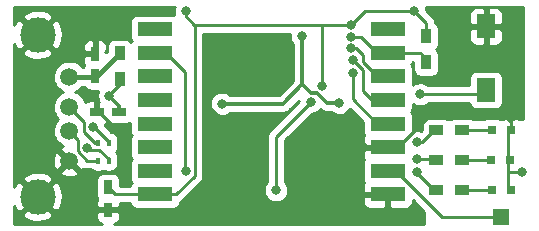
<source format=gtl>
G04 #@! TF.GenerationSoftware,KiCad,Pcbnew,no-vcs-found-44b118f~58~ubuntu16.04.1*
G04 #@! TF.CreationDate,2017-06-12T15:04:32+03:00*
G04 #@! TF.ProjectId,serial_gw_ATMEGA328P,73657269616C5F67775F41544D454741,rev?*
G04 #@! TF.FileFunction,Copper,L1,Top,Signal*
G04 #@! TF.FilePolarity,Positive*
%FSLAX46Y46*%
G04 Gerber Fmt 4.6, Leading zero omitted, Abs format (unit mm)*
G04 Created by KiCad (PCBNEW no-vcs-found-44b118f~58~ubuntu16.04.1) date Mon Jun 12 15:04:32 2017*
%MOMM*%
%LPD*%
G01*
G04 APERTURE LIST*
%ADD10C,0.100000*%
%ADD11C,1.501140*%
%ADD12C,2.999740*%
%ADD13R,1.350000X1.350000*%
%ADD14R,0.750000X1.200000*%
%ADD15R,1.600000X2.000000*%
%ADD16R,0.800000X0.800000*%
%ADD17R,1.200000X0.900000*%
%ADD18R,0.900000X1.200000*%
%ADD19R,3.000000X1.200000*%
%ADD20R,1.200000X0.750000*%
%ADD21R,0.400000X0.600000*%
%ADD22C,0.400000*%
%ADD23C,0.800000*%
%ADD24C,0.250000*%
%ADD25C,0.300000*%
%ADD26C,0.400000*%
%ADD27C,0.254000*%
G04 APERTURE END LIST*
D10*
D11*
X76207000Y-87422000D03*
X76207000Y-84882000D03*
X76207000Y-82850000D03*
X76207000Y-80310000D03*
D12*
X73540000Y-90470000D03*
X73540000Y-76754000D03*
D13*
X112776000Y-92202000D03*
D14*
X79502000Y-89662000D03*
X79502000Y-91562000D03*
D15*
X111506000Y-76040000D03*
X111506000Y-81440000D03*
D16*
X113614000Y-84836000D03*
X112014000Y-84836000D03*
X111938000Y-87376000D03*
X113538000Y-87376000D03*
X113614000Y-89916000D03*
X112014000Y-89916000D03*
D17*
X109474000Y-84836000D03*
X107274000Y-84836000D03*
X107274000Y-87376000D03*
X109474000Y-87376000D03*
X109474000Y-89916000D03*
X107274000Y-89916000D03*
D18*
X106426000Y-76878000D03*
X106426000Y-79078000D03*
D19*
X103180000Y-76264000D03*
X103180000Y-78264000D03*
X103180000Y-80264000D03*
X103180000Y-82264000D03*
X103180000Y-84264000D03*
X103180000Y-86264000D03*
X103180000Y-88264000D03*
X103180000Y-90264000D03*
X83480000Y-90264000D03*
X83480000Y-88264000D03*
X83480000Y-86264000D03*
X83480000Y-84264000D03*
X83480000Y-82264000D03*
X83480000Y-80264000D03*
X83480000Y-78264000D03*
X83480000Y-76264000D03*
D18*
X80500000Y-78300000D03*
X80500000Y-80500000D03*
D14*
X78400000Y-80250000D03*
X78400000Y-78350000D03*
D20*
X78550000Y-83300000D03*
X80450000Y-83300000D03*
D21*
X79550000Y-87400000D03*
X78650000Y-87400000D03*
X78650000Y-85900000D03*
X79550000Y-85900000D03*
D22*
X75790999Y-75315476D03*
X76790999Y-75315476D03*
X77790999Y-75315476D03*
X78790999Y-75315476D03*
X79790999Y-75315476D03*
X80790999Y-75315476D03*
X113790999Y-75315476D03*
X76790999Y-76315476D03*
X77790999Y-76315476D03*
X78790999Y-76315476D03*
X79790999Y-76315476D03*
X80790999Y-76315476D03*
X76790999Y-77315476D03*
X72790999Y-79315476D03*
X74790999Y-79315476D03*
X72790999Y-80315476D03*
X73790999Y-80315476D03*
X74790999Y-80315476D03*
X72790999Y-81315476D03*
X73790999Y-81315476D03*
X74790999Y-81315476D03*
X72790999Y-82315476D03*
X73790999Y-82315476D03*
X74790999Y-82315476D03*
X72790999Y-83315476D03*
X73790999Y-83315476D03*
X74790999Y-83315476D03*
X72790999Y-84315476D03*
X73790999Y-84315476D03*
X74790999Y-84315476D03*
X72790999Y-85315476D03*
X73790999Y-85315476D03*
X74790999Y-85315476D03*
X72790999Y-86315476D03*
X73790999Y-86315476D03*
X74790999Y-86315476D03*
X72790999Y-87315476D03*
X73790999Y-87315476D03*
X74790999Y-87315476D03*
X72790999Y-88315476D03*
X73790999Y-88315476D03*
X75790999Y-89315476D03*
X89790999Y-90315476D03*
X90790999Y-90315476D03*
X91790999Y-90315476D03*
X98790999Y-90315476D03*
X99790999Y-90315476D03*
X75790999Y-92315476D03*
X76790999Y-92315476D03*
X77790999Y-92315476D03*
X80790999Y-92315476D03*
X81790999Y-92315476D03*
X82790999Y-92315476D03*
X83790999Y-92315476D03*
X84790999Y-92315476D03*
X85790999Y-92315476D03*
X86790999Y-92315476D03*
X87790999Y-92315476D03*
X88790999Y-92315476D03*
X89790999Y-92315476D03*
X90790999Y-92315476D03*
X91790999Y-92315476D03*
X92790999Y-92315476D03*
X93790999Y-92315476D03*
X94790999Y-92315476D03*
X95790999Y-92315476D03*
X96790999Y-92315476D03*
X97790999Y-92315476D03*
X98790999Y-92315476D03*
X99790999Y-92315476D03*
X100790999Y-92315476D03*
X101790999Y-92315476D03*
X102790999Y-92315476D03*
X103790999Y-92315476D03*
X104790999Y-92315476D03*
X105790999Y-92315476D03*
D23*
X89442189Y-85697136D03*
X87875000Y-82650000D03*
X114554000Y-88392000D03*
X100838000Y-84836000D03*
X79600000Y-81900000D03*
X89127626Y-82603499D03*
X99060000Y-82513010D03*
X95930001Y-76861151D03*
X96700022Y-82400000D03*
X105918006Y-81788000D03*
X93726000Y-89916000D03*
X97655635Y-81087092D03*
X100064291Y-75897378D03*
X105410000Y-74701009D03*
X86101340Y-74755009D03*
X105664002Y-85852000D03*
X105700000Y-87300000D03*
X105664000Y-88392000D03*
X100095976Y-76896888D03*
X100235021Y-79964283D03*
X100226992Y-78883000D03*
X100063857Y-77896384D03*
X86075000Y-88275000D03*
X77700000Y-86300000D03*
X78225010Y-84595778D03*
D24*
X78550000Y-83300000D02*
X78775000Y-83300000D01*
X80500000Y-85025000D02*
X80500000Y-88100000D01*
X78775000Y-83300000D02*
X80500000Y-85025000D01*
X80500000Y-88100000D02*
X80200000Y-88400000D01*
X77200000Y-89300000D02*
X77200000Y-91562000D01*
X80200000Y-88400000D02*
X78100000Y-88400000D01*
X78100000Y-88400000D02*
X77200000Y-89300000D01*
X79502000Y-91562000D02*
X77200000Y-91562000D01*
X77200000Y-91562000D02*
X74632000Y-91562000D01*
X89442189Y-84217189D02*
X89442189Y-85697136D01*
X87875000Y-82650000D02*
X89442189Y-84217189D01*
X100838000Y-84836000D02*
X101075000Y-85073000D01*
X101075000Y-85073000D02*
X101075000Y-85925000D01*
X101075000Y-85925000D02*
X101414000Y-86264000D01*
X101414000Y-86264000D02*
X103180000Y-86264000D01*
X113614000Y-84186000D02*
X113248000Y-83820000D01*
X113248000Y-83820000D02*
X106524000Y-83820000D01*
X106524000Y-83820000D02*
X104080000Y-86264000D01*
X104080000Y-86264000D02*
X103180000Y-86264000D01*
X103180000Y-86264000D02*
X101430000Y-86264000D01*
X101430000Y-86264000D02*
X101092000Y-86602000D01*
X101092000Y-86602000D02*
X101092000Y-90170000D01*
X101092000Y-90170000D02*
X101186000Y-90264000D01*
X111506000Y-76040000D02*
X112556000Y-76040000D01*
X112556000Y-76040000D02*
X113614000Y-77098000D01*
X113614000Y-77098000D02*
X113614000Y-84186000D01*
X113614000Y-84186000D02*
X113614000Y-84836000D01*
X113360000Y-89916000D02*
X113360000Y-88392000D01*
X113360000Y-88392000D02*
X113360000Y-87452000D01*
X114554000Y-88392000D02*
X113360000Y-88392000D01*
X101186000Y-90264000D02*
X99888000Y-91562000D01*
X99888000Y-91562000D02*
X79502000Y-91562000D01*
X101186000Y-90264000D02*
X103180000Y-90264000D01*
X74632000Y-91562000D02*
X73540000Y-90470000D01*
X113360000Y-87452000D02*
X113284000Y-87376000D01*
X113360000Y-84836000D02*
X113360000Y-87300000D01*
X113360000Y-87300000D02*
X113284000Y-87376000D01*
D25*
X80450000Y-83300000D02*
X80450000Y-82750000D01*
X80450000Y-82750000D02*
X79600000Y-81900000D01*
X80500000Y-80500000D02*
X80500000Y-81000000D01*
X80500000Y-81000000D02*
X79600000Y-81900000D01*
X97160002Y-81649998D02*
X98023014Y-82513010D01*
X96644688Y-81649998D02*
X97160002Y-81649998D01*
X95947575Y-80952885D02*
X96644688Y-81649998D01*
X98023014Y-82513010D02*
X99060000Y-82513010D01*
X94296961Y-82603499D02*
X89127626Y-82603499D01*
X95947575Y-80952885D02*
X94296961Y-82603499D01*
X95930001Y-80935311D02*
X95930001Y-76861151D01*
X95947575Y-80952885D02*
X95930001Y-80935311D01*
D24*
X93726000Y-89916000D02*
X93726000Y-85374022D01*
X93726000Y-85374022D02*
X96700022Y-82400000D01*
X111506000Y-81440000D02*
X111158000Y-81788000D01*
X111158000Y-81788000D02*
X105918006Y-81788000D01*
X97536000Y-75897378D02*
X97655635Y-76017013D01*
X97655635Y-76017013D02*
X97655635Y-81087092D01*
X87243709Y-75897378D02*
X86852622Y-75897378D01*
X86852622Y-75897378D02*
X86825000Y-75925000D01*
X85230000Y-90264000D02*
X83480000Y-90264000D01*
X86825000Y-75925000D02*
X86825000Y-88669000D01*
X86825000Y-88669000D02*
X85230000Y-90264000D01*
X87243709Y-75897378D02*
X86797378Y-75897378D01*
X86797378Y-75897378D02*
X86101340Y-75201340D01*
X86101340Y-75201340D02*
X86101340Y-74755009D01*
X100064291Y-75897378D02*
X97536000Y-75897378D01*
X97536000Y-75897378D02*
X87243709Y-75897378D01*
X105410000Y-74701009D02*
X101260660Y-74701009D01*
X101260660Y-74701009D02*
X100064291Y-75897378D01*
X106426000Y-75717009D02*
X105410000Y-74701009D01*
X106426000Y-76878000D02*
X106426000Y-75717009D01*
X83480000Y-90264000D02*
X80104000Y-90264000D01*
X80104000Y-90264000D02*
X79502000Y-89662000D01*
X111760000Y-84836000D02*
X109220000Y-84836000D01*
X109220000Y-87376000D02*
X111684000Y-87376000D01*
X111760000Y-89916000D02*
X109220000Y-89916000D01*
X76207000Y-82850000D02*
X77500000Y-84143000D01*
X77500000Y-84143000D02*
X77500000Y-85000000D01*
X77500000Y-85000000D02*
X78400000Y-85900000D01*
X78400000Y-85900000D02*
X78650000Y-85900000D01*
X78650000Y-85900000D02*
X78650000Y-85800000D01*
X76957569Y-85632569D02*
X76207000Y-84882000D01*
X78650000Y-87400000D02*
X77726996Y-87400000D01*
X77726996Y-87400000D02*
X76957569Y-86630573D01*
X76957569Y-86630573D02*
X76957569Y-85632569D01*
X103180000Y-88264000D02*
X103864000Y-88264000D01*
X103864000Y-88264000D02*
X107802000Y-92202000D01*
X107802000Y-92202000D02*
X112776000Y-92202000D01*
X107124000Y-84836000D02*
X106108000Y-85852000D01*
X107274000Y-84836000D02*
X107124000Y-84836000D01*
X106108000Y-85852000D02*
X105664002Y-85852000D01*
X105700000Y-87300000D02*
X107198000Y-87300000D01*
X107198000Y-87300000D02*
X107274000Y-87376000D01*
X107124000Y-89916000D02*
X105664000Y-88456000D01*
X107274000Y-89916000D02*
X107124000Y-89916000D01*
X105664000Y-88456000D02*
X105664000Y-88392000D01*
X100912888Y-76896888D02*
X100095976Y-76896888D01*
X102280000Y-78264000D02*
X100912888Y-76896888D01*
X103180000Y-78264000D02*
X102280000Y-78264000D01*
X103180000Y-78264000D02*
X105950000Y-78264000D01*
X105950000Y-78264000D02*
X106426000Y-78740000D01*
X106426000Y-78740000D02*
X106426000Y-79078000D01*
X100235021Y-82219021D02*
X100235021Y-79964283D01*
X102280000Y-84264000D02*
X100235021Y-82219021D01*
X103180000Y-84264000D02*
X102280000Y-84264000D01*
X103180000Y-82264000D02*
X101822000Y-82264000D01*
X101822000Y-82264000D02*
X101092000Y-81534000D01*
X101092000Y-81534000D02*
X101092000Y-79748008D01*
X101092000Y-79748008D02*
X100226992Y-78883000D01*
X103180000Y-80264000D02*
X102280000Y-80264000D01*
X102280000Y-80264000D02*
X101092000Y-79076000D01*
X101092000Y-79076000D02*
X101092000Y-78486000D01*
X101092000Y-78486000D02*
X100502384Y-77896384D01*
X100502384Y-77896384D02*
X100063857Y-77896384D01*
X83480000Y-78264000D02*
X84380000Y-78264000D01*
X84380000Y-78264000D02*
X86050000Y-79934000D01*
X86050000Y-79934000D02*
X86050000Y-88250000D01*
X86050000Y-88250000D02*
X86075000Y-88275000D01*
D26*
X78400000Y-80250000D02*
X78550000Y-80250000D01*
X78550000Y-80250000D02*
X80500000Y-78300000D01*
X76207000Y-80310000D02*
X78340000Y-80310000D01*
X78340000Y-80310000D02*
X78400000Y-80250000D01*
D24*
X78775001Y-86525001D02*
X77925001Y-86525001D01*
X79550000Y-87400000D02*
X79550000Y-87300000D01*
X77925001Y-86525001D02*
X77700000Y-86300000D01*
X79550000Y-87300000D02*
X78775001Y-86525001D01*
X78345778Y-84595778D02*
X78225010Y-84595778D01*
X79550000Y-85900000D02*
X79550000Y-85800000D01*
X79550000Y-85800000D02*
X78345778Y-84595778D01*
D27*
G36*
X85117677Y-74442973D02*
X85075802Y-74639977D01*
X85072990Y-74841362D01*
X85109348Y-75039458D01*
X85113203Y-75049194D01*
X85102913Y-75046073D01*
X84980000Y-75033967D01*
X81980000Y-75033967D01*
X81857087Y-75046073D01*
X81738897Y-75081925D01*
X81629972Y-75140147D01*
X81534499Y-75218499D01*
X81456147Y-75313972D01*
X81397925Y-75422897D01*
X81362073Y-75541087D01*
X81349967Y-75664000D01*
X81349967Y-76864000D01*
X81362073Y-76986913D01*
X81397925Y-77105103D01*
X81456147Y-77214028D01*
X81497158Y-77264000D01*
X81456147Y-77313972D01*
X81451478Y-77322707D01*
X81395501Y-77254499D01*
X81300028Y-77176147D01*
X81191103Y-77117925D01*
X81072913Y-77082073D01*
X80950000Y-77069967D01*
X80050000Y-77069967D01*
X79927087Y-77082073D01*
X79808897Y-77117925D01*
X79699972Y-77176147D01*
X79604499Y-77254499D01*
X79526147Y-77349972D01*
X79467925Y-77458897D01*
X79432073Y-77577087D01*
X79419967Y-77700000D01*
X79419967Y-78210478D01*
X79402000Y-78228445D01*
X79402000Y-78226998D01*
X79245252Y-78226998D01*
X79402000Y-78070250D01*
X79402000Y-77688246D01*
X79377905Y-77567111D01*
X79330640Y-77453004D01*
X79262023Y-77350311D01*
X79174689Y-77262977D01*
X79071996Y-77194360D01*
X78957889Y-77147095D01*
X78836754Y-77123000D01*
X78679750Y-77123000D01*
X78523000Y-77279750D01*
X78523000Y-78227000D01*
X78543000Y-78227000D01*
X78543000Y-78473000D01*
X78523000Y-78473000D01*
X78523000Y-78493000D01*
X78277000Y-78493000D01*
X78277000Y-78473000D01*
X77554750Y-78473000D01*
X77398000Y-78629750D01*
X77398000Y-79011754D01*
X77422095Y-79132889D01*
X77469360Y-79246996D01*
X77503137Y-79297547D01*
X77501147Y-79299972D01*
X77442925Y-79408897D01*
X77420446Y-79483000D01*
X77311514Y-79483000D01*
X77279705Y-79435123D01*
X77089345Y-79243429D01*
X76865376Y-79092360D01*
X76616329Y-78987670D01*
X76351692Y-78933348D01*
X76081543Y-78931462D01*
X75816173Y-78982084D01*
X75565689Y-79083286D01*
X75339633Y-79231213D01*
X75146614Y-79420231D01*
X74993986Y-79643140D01*
X74887560Y-79891449D01*
X74831392Y-80155701D01*
X74827620Y-80425830D01*
X74876388Y-80691547D01*
X74975839Y-80942731D01*
X75122184Y-81169814D01*
X75309850Y-81364148D01*
X75531688Y-81518329D01*
X75672836Y-81579996D01*
X75565689Y-81623286D01*
X75339633Y-81771213D01*
X75146614Y-81960231D01*
X74993986Y-82183140D01*
X74887560Y-82431449D01*
X74831392Y-82695701D01*
X74827620Y-82965830D01*
X74876388Y-83231547D01*
X74975839Y-83482731D01*
X75122184Y-83709814D01*
X75274229Y-83867261D01*
X75146614Y-83992231D01*
X74993986Y-84215140D01*
X74887560Y-84463449D01*
X74831392Y-84727701D01*
X74827620Y-84997830D01*
X74876388Y-85263547D01*
X74975839Y-85514731D01*
X75122184Y-85741814D01*
X75309850Y-85936148D01*
X75531688Y-86090329D01*
X75670427Y-86150943D01*
X75614391Y-86171032D01*
X75496095Y-86234263D01*
X75430380Y-86471431D01*
X76207000Y-87248052D01*
X76221143Y-87233910D01*
X76395091Y-87407858D01*
X76380948Y-87422000D01*
X77157569Y-88198620D01*
X77394737Y-88132905D01*
X77417798Y-88084069D01*
X77430752Y-88091190D01*
X77434522Y-88092386D01*
X77438006Y-88094254D01*
X77504430Y-88114562D01*
X77570646Y-88135567D01*
X77574575Y-88136008D01*
X77578357Y-88137164D01*
X77647435Y-88144180D01*
X77716496Y-88151927D01*
X77724231Y-88151981D01*
X77724371Y-88151995D01*
X77724502Y-88151983D01*
X77726996Y-88152000D01*
X78012418Y-88152000D01*
X78099972Y-88223853D01*
X78208897Y-88282075D01*
X78327087Y-88317927D01*
X78450000Y-88330033D01*
X78850000Y-88330033D01*
X78972913Y-88317927D01*
X79091103Y-88282075D01*
X79100000Y-88277319D01*
X79108897Y-88282075D01*
X79227087Y-88317927D01*
X79350000Y-88330033D01*
X79750000Y-88330033D01*
X79872913Y-88317927D01*
X79991103Y-88282075D01*
X80100028Y-88223853D01*
X80195501Y-88145501D01*
X80273853Y-88050028D01*
X80332075Y-87941103D01*
X80367927Y-87822913D01*
X80380033Y-87700000D01*
X80380033Y-87100000D01*
X80367927Y-86977087D01*
X80332075Y-86858897D01*
X80273853Y-86749972D01*
X80195501Y-86654499D01*
X80190019Y-86650000D01*
X80195501Y-86645501D01*
X80273853Y-86550028D01*
X80332075Y-86441103D01*
X80367927Y-86322913D01*
X80380033Y-86200000D01*
X80380033Y-85600000D01*
X80367927Y-85477087D01*
X80332075Y-85358897D01*
X80273853Y-85249972D01*
X80195501Y-85154499D01*
X80100028Y-85076147D01*
X79991103Y-85017925D01*
X79872913Y-84982073D01*
X79787110Y-84973622D01*
X79238102Y-84424614D01*
X79213745Y-84301604D01*
X79332889Y-84277905D01*
X79446996Y-84230640D01*
X79497547Y-84196863D01*
X79499972Y-84198853D01*
X79608897Y-84257075D01*
X79727087Y-84292927D01*
X79850000Y-84305033D01*
X81050000Y-84305033D01*
X81172913Y-84292927D01*
X81291103Y-84257075D01*
X81349967Y-84225611D01*
X81349967Y-84864000D01*
X81362073Y-84986913D01*
X81397925Y-85105103D01*
X81456147Y-85214028D01*
X81497158Y-85264000D01*
X81456147Y-85313972D01*
X81397925Y-85422897D01*
X81362073Y-85541087D01*
X81349967Y-85664000D01*
X81349967Y-86864000D01*
X81362073Y-86986913D01*
X81397925Y-87105103D01*
X81456147Y-87214028D01*
X81497158Y-87264000D01*
X81456147Y-87313972D01*
X81397925Y-87422897D01*
X81362073Y-87541087D01*
X81349967Y-87664000D01*
X81349967Y-88864000D01*
X81362073Y-88986913D01*
X81397925Y-89105103D01*
X81456147Y-89214028D01*
X81497158Y-89264000D01*
X81456147Y-89313972D01*
X81397925Y-89422897D01*
X81370896Y-89512000D01*
X80507033Y-89512000D01*
X80507033Y-89062000D01*
X80494927Y-88939087D01*
X80459075Y-88820897D01*
X80400853Y-88711972D01*
X80322501Y-88616499D01*
X80227028Y-88538147D01*
X80118103Y-88479925D01*
X79999913Y-88444073D01*
X79877000Y-88431967D01*
X79127000Y-88431967D01*
X79004087Y-88444073D01*
X78885897Y-88479925D01*
X78776972Y-88538147D01*
X78681499Y-88616499D01*
X78603147Y-88711972D01*
X78544925Y-88820897D01*
X78509073Y-88939087D01*
X78496967Y-89062000D01*
X78496967Y-90262000D01*
X78509073Y-90384913D01*
X78544925Y-90503103D01*
X78603147Y-90612028D01*
X78605137Y-90614453D01*
X78571360Y-90665004D01*
X78524095Y-90779111D01*
X78500000Y-90900246D01*
X78500000Y-91282250D01*
X78656750Y-91439000D01*
X79379000Y-91439000D01*
X79379000Y-91419000D01*
X79625000Y-91419000D01*
X79625000Y-91439000D01*
X80347250Y-91439000D01*
X80504000Y-91282250D01*
X80504000Y-91016000D01*
X81370896Y-91016000D01*
X81397925Y-91105103D01*
X81456147Y-91214028D01*
X81534499Y-91309501D01*
X81629972Y-91387853D01*
X81738897Y-91446075D01*
X81857087Y-91481927D01*
X81980000Y-91494033D01*
X84980000Y-91494033D01*
X85102913Y-91481927D01*
X85221103Y-91446075D01*
X85330028Y-91387853D01*
X85425501Y-91309501D01*
X85503853Y-91214028D01*
X85562075Y-91105103D01*
X85597927Y-90986913D01*
X85605260Y-90912465D01*
X85639568Y-90894681D01*
X85642660Y-90892213D01*
X85646150Y-90890357D01*
X85699962Y-90846469D01*
X85754268Y-90803117D01*
X85759770Y-90797691D01*
X85759885Y-90797597D01*
X85759973Y-90797490D01*
X85761744Y-90795744D01*
X87356745Y-89200744D01*
X87400851Y-89147048D01*
X87445485Y-89093855D01*
X87447390Y-89090390D01*
X87449900Y-89087334D01*
X87482739Y-89026090D01*
X87516190Y-88965244D01*
X87517385Y-88961478D01*
X87519255Y-88957990D01*
X87539577Y-88891520D01*
X87560567Y-88825350D01*
X87561008Y-88821421D01*
X87562164Y-88817639D01*
X87569185Y-88748517D01*
X87576927Y-88679500D01*
X87576981Y-88671776D01*
X87576996Y-88671625D01*
X87576983Y-88671485D01*
X87577000Y-88669000D01*
X87577000Y-76649378D01*
X94925026Y-76649378D01*
X94904463Y-76746119D01*
X94901651Y-76947504D01*
X94938009Y-77145600D01*
X95012151Y-77332862D01*
X95121254Y-77502156D01*
X95153001Y-77535031D01*
X95153001Y-80648615D01*
X93975117Y-81826499D01*
X89803448Y-81826499D01*
X89785428Y-81808353D01*
X89618455Y-81695729D01*
X89432788Y-81617681D01*
X89235496Y-81577183D01*
X89034096Y-81575777D01*
X88836258Y-81613517D01*
X88649519Y-81688964D01*
X88480990Y-81799246D01*
X88337092Y-81940162D01*
X88223305Y-82106344D01*
X88143963Y-82291463D01*
X88102088Y-82488467D01*
X88099276Y-82689852D01*
X88135634Y-82887948D01*
X88209776Y-83075210D01*
X88318879Y-83244504D01*
X88458786Y-83389383D01*
X88624170Y-83504328D01*
X88808730Y-83584960D01*
X89005437Y-83628209D01*
X89206798Y-83632427D01*
X89405143Y-83597453D01*
X89592918Y-83524620D01*
X89762970Y-83416702D01*
X89800987Y-83380499D01*
X94296961Y-83380499D01*
X94368443Y-83373490D01*
X94439891Y-83367239D01*
X94443811Y-83366100D01*
X94447881Y-83365701D01*
X94516629Y-83344945D01*
X94585514Y-83324932D01*
X94589140Y-83323052D01*
X94593053Y-83321871D01*
X94656428Y-83288174D01*
X94720146Y-83255146D01*
X94723340Y-83252596D01*
X94726946Y-83250679D01*
X94782542Y-83205336D01*
X94838658Y-83160539D01*
X94844347Y-83154929D01*
X94844462Y-83154835D01*
X94844550Y-83154729D01*
X94846383Y-83152921D01*
X95673920Y-82325384D01*
X95673392Y-82363142D01*
X93194256Y-84842278D01*
X93150174Y-84895944D01*
X93105515Y-84949167D01*
X93103610Y-84952633D01*
X93101100Y-84955688D01*
X93068280Y-85016897D01*
X93034810Y-85077778D01*
X93033614Y-85081548D01*
X93031746Y-85085032D01*
X93011438Y-85151456D01*
X92990433Y-85217672D01*
X92989992Y-85221601D01*
X92988836Y-85225383D01*
X92981820Y-85294461D01*
X92974073Y-85363522D01*
X92974019Y-85371257D01*
X92974005Y-85371397D01*
X92974017Y-85371528D01*
X92974000Y-85374022D01*
X92974000Y-89214928D01*
X92935466Y-89252663D01*
X92821679Y-89418845D01*
X92742337Y-89603964D01*
X92700462Y-89800968D01*
X92697650Y-90002353D01*
X92734008Y-90200449D01*
X92808150Y-90387711D01*
X92917253Y-90557005D01*
X93057160Y-90701884D01*
X93222544Y-90816829D01*
X93407104Y-90897461D01*
X93603811Y-90940710D01*
X93805172Y-90944928D01*
X94003517Y-90909954D01*
X94191292Y-90837121D01*
X94361344Y-90729203D01*
X94507195Y-90590310D01*
X94540039Y-90543750D01*
X101053000Y-90543750D01*
X101053000Y-90925754D01*
X101077095Y-91046889D01*
X101124360Y-91160996D01*
X101192977Y-91263689D01*
X101280311Y-91351023D01*
X101383004Y-91419640D01*
X101497111Y-91466905D01*
X101618246Y-91491000D01*
X102900250Y-91491000D01*
X103057000Y-91334250D01*
X103057000Y-90387000D01*
X101209750Y-90387000D01*
X101053000Y-90543750D01*
X94540039Y-90543750D01*
X94623292Y-90425733D01*
X94705211Y-90241740D01*
X94749832Y-90045340D01*
X94753044Y-89815297D01*
X94713924Y-89617728D01*
X94637175Y-89431520D01*
X94525719Y-89263765D01*
X94478000Y-89215712D01*
X94478000Y-85685510D01*
X96735497Y-83428013D01*
X96779194Y-83428928D01*
X96977539Y-83393954D01*
X97165314Y-83321121D01*
X97335366Y-83213203D01*
X97481217Y-83074310D01*
X97483725Y-83070755D01*
X97529095Y-83108023D01*
X97584035Y-83154123D01*
X97587613Y-83156090D01*
X97590772Y-83158685D01*
X97654031Y-83192604D01*
X97716921Y-83227178D01*
X97720818Y-83228414D01*
X97724417Y-83230344D01*
X97793001Y-83251312D01*
X97861467Y-83273031D01*
X97865532Y-83273487D01*
X97869434Y-83274680D01*
X97940792Y-83281928D01*
X98012165Y-83289934D01*
X98020154Y-83289990D01*
X98020302Y-83290005D01*
X98020440Y-83289992D01*
X98023014Y-83290010D01*
X98382581Y-83290010D01*
X98391160Y-83298894D01*
X98556544Y-83413839D01*
X98741104Y-83494471D01*
X98937811Y-83537720D01*
X99139172Y-83541938D01*
X99337517Y-83506964D01*
X99525292Y-83434131D01*
X99695344Y-83326213D01*
X99841195Y-83187320D01*
X99957292Y-83022743D01*
X99962826Y-83010314D01*
X101049967Y-84097455D01*
X101049967Y-84864000D01*
X101062073Y-84986913D01*
X101097925Y-85105103D01*
X101156147Y-85214028D01*
X101195413Y-85261875D01*
X101192977Y-85264311D01*
X101124360Y-85367004D01*
X101077095Y-85481111D01*
X101053000Y-85602246D01*
X101053000Y-85984250D01*
X101209750Y-86141000D01*
X103057000Y-86141000D01*
X103057000Y-86121000D01*
X103303000Y-86121000D01*
X103303000Y-86141000D01*
X103323000Y-86141000D01*
X103323000Y-86387000D01*
X103303000Y-86387000D01*
X103303000Y-86407000D01*
X103057000Y-86407000D01*
X103057000Y-86387000D01*
X101209750Y-86387000D01*
X101053000Y-86543750D01*
X101053000Y-86925754D01*
X101077095Y-87046889D01*
X101124360Y-87160996D01*
X101192977Y-87263689D01*
X101195413Y-87266125D01*
X101156147Y-87313972D01*
X101097925Y-87422897D01*
X101062073Y-87541087D01*
X101049967Y-87664000D01*
X101049967Y-88864000D01*
X101062073Y-88986913D01*
X101097925Y-89105103D01*
X101156147Y-89214028D01*
X101195413Y-89261875D01*
X101192977Y-89264311D01*
X101124360Y-89367004D01*
X101077095Y-89481111D01*
X101053000Y-89602246D01*
X101053000Y-89984250D01*
X101209750Y-90141000D01*
X103057000Y-90141000D01*
X103057000Y-90121000D01*
X103303000Y-90121000D01*
X103303000Y-90141000D01*
X103323000Y-90141000D01*
X103323000Y-90387000D01*
X103303000Y-90387000D01*
X103303000Y-91334250D01*
X103459750Y-91491000D01*
X104741754Y-91491000D01*
X104862889Y-91466905D01*
X104976996Y-91419640D01*
X105079689Y-91351023D01*
X105167023Y-91263689D01*
X105235640Y-91160996D01*
X105282905Y-91046889D01*
X105307000Y-90925754D01*
X105307000Y-90770488D01*
X106273000Y-91736488D01*
X106273000Y-92770000D01*
X80034274Y-92770000D01*
X80059889Y-92764905D01*
X80173996Y-92717640D01*
X80276689Y-92649023D01*
X80364023Y-92561689D01*
X80432640Y-92458996D01*
X80479905Y-92344889D01*
X80504000Y-92223754D01*
X80504000Y-91841750D01*
X80347250Y-91685000D01*
X79625000Y-91685000D01*
X79625000Y-91705000D01*
X79379000Y-91705000D01*
X79379000Y-91685000D01*
X78656750Y-91685000D01*
X78500000Y-91841750D01*
X78500000Y-92223754D01*
X78524095Y-92344889D01*
X78571360Y-92458996D01*
X78639977Y-92561689D01*
X78727311Y-92649023D01*
X78830004Y-92717640D01*
X78944111Y-92764905D01*
X78969726Y-92770000D01*
X71568000Y-92770000D01*
X71568000Y-91954633D01*
X72229315Y-91954633D01*
X72385399Y-92268431D01*
X72758441Y-92459126D01*
X73161518Y-92573380D01*
X73579139Y-92606802D01*
X73995257Y-92558109D01*
X74393879Y-92429170D01*
X74694601Y-92268431D01*
X74850685Y-91954633D01*
X73540000Y-90643948D01*
X72229315Y-91954633D01*
X71568000Y-91954633D01*
X71568000Y-91284214D01*
X71580830Y-91323879D01*
X71741569Y-91624601D01*
X72055367Y-91780685D01*
X73366052Y-90470000D01*
X73713948Y-90470000D01*
X75024633Y-91780685D01*
X75338431Y-91624601D01*
X75529126Y-91251559D01*
X75643380Y-90848482D01*
X75676802Y-90430861D01*
X75628109Y-90014743D01*
X75499170Y-89616121D01*
X75338431Y-89315399D01*
X75024633Y-89159315D01*
X73713948Y-90470000D01*
X73366052Y-90470000D01*
X72055367Y-89159315D01*
X71741569Y-89315399D01*
X71568000Y-89654939D01*
X71568000Y-88985367D01*
X72229315Y-88985367D01*
X73540000Y-90296052D01*
X74850685Y-88985367D01*
X74694601Y-88671569D01*
X74321559Y-88480874D01*
X73939470Y-88372569D01*
X75430380Y-88372569D01*
X75496095Y-88609737D01*
X75741470Y-88725606D01*
X76004736Y-88791378D01*
X76275775Y-88804525D01*
X76544170Y-88764543D01*
X76799609Y-88672968D01*
X76917905Y-88609737D01*
X76983620Y-88372569D01*
X76207000Y-87595948D01*
X75430380Y-88372569D01*
X73939470Y-88372569D01*
X73918482Y-88366620D01*
X73500861Y-88333198D01*
X73084743Y-88381891D01*
X72686121Y-88510830D01*
X72385399Y-88671569D01*
X72229315Y-88985367D01*
X71568000Y-88985367D01*
X71568000Y-87490775D01*
X74824475Y-87490775D01*
X74864457Y-87759170D01*
X74956032Y-88014609D01*
X75019263Y-88132905D01*
X75256431Y-88198620D01*
X76033052Y-87422000D01*
X75256431Y-86645380D01*
X75019263Y-86711095D01*
X74903394Y-86956470D01*
X74837622Y-87219736D01*
X74824475Y-87490775D01*
X71568000Y-87490775D01*
X71568000Y-78238633D01*
X72229315Y-78238633D01*
X72385399Y-78552431D01*
X72758441Y-78743126D01*
X73161518Y-78857380D01*
X73579139Y-78890802D01*
X73995257Y-78842109D01*
X74393879Y-78713170D01*
X74694601Y-78552431D01*
X74850685Y-78238633D01*
X73540000Y-76927948D01*
X72229315Y-78238633D01*
X71568000Y-78238633D01*
X71568000Y-77568214D01*
X71580830Y-77607879D01*
X71741569Y-77908601D01*
X72055367Y-78064685D01*
X73366052Y-76754000D01*
X73713948Y-76754000D01*
X75024633Y-78064685D01*
X75338431Y-77908601D01*
X75451074Y-77688246D01*
X77398000Y-77688246D01*
X77398000Y-78070250D01*
X77554750Y-78227000D01*
X78277000Y-78227000D01*
X78277000Y-77279750D01*
X78120250Y-77123000D01*
X77963246Y-77123000D01*
X77842111Y-77147095D01*
X77728004Y-77194360D01*
X77625311Y-77262977D01*
X77537977Y-77350311D01*
X77469360Y-77453004D01*
X77422095Y-77567111D01*
X77398000Y-77688246D01*
X75451074Y-77688246D01*
X75529126Y-77535559D01*
X75643380Y-77132482D01*
X75676802Y-76714861D01*
X75628109Y-76298743D01*
X75499170Y-75900121D01*
X75338431Y-75599399D01*
X75024633Y-75443315D01*
X73713948Y-76754000D01*
X73366052Y-76754000D01*
X72055367Y-75443315D01*
X71741569Y-75599399D01*
X71568000Y-75938939D01*
X71568000Y-75269367D01*
X72229315Y-75269367D01*
X73540000Y-76580052D01*
X74850685Y-75269367D01*
X74694601Y-74955569D01*
X74321559Y-74764874D01*
X73918482Y-74650620D01*
X73500861Y-74617198D01*
X73084743Y-74665891D01*
X72686121Y-74794830D01*
X72385399Y-74955569D01*
X72229315Y-75269367D01*
X71568000Y-75269367D01*
X71568000Y-74362000D01*
X85152382Y-74362000D01*
X85117677Y-74442973D01*
X85117677Y-74442973D01*
G37*
X85117677Y-74442973D02*
X85075802Y-74639977D01*
X85072990Y-74841362D01*
X85109348Y-75039458D01*
X85113203Y-75049194D01*
X85102913Y-75046073D01*
X84980000Y-75033967D01*
X81980000Y-75033967D01*
X81857087Y-75046073D01*
X81738897Y-75081925D01*
X81629972Y-75140147D01*
X81534499Y-75218499D01*
X81456147Y-75313972D01*
X81397925Y-75422897D01*
X81362073Y-75541087D01*
X81349967Y-75664000D01*
X81349967Y-76864000D01*
X81362073Y-76986913D01*
X81397925Y-77105103D01*
X81456147Y-77214028D01*
X81497158Y-77264000D01*
X81456147Y-77313972D01*
X81451478Y-77322707D01*
X81395501Y-77254499D01*
X81300028Y-77176147D01*
X81191103Y-77117925D01*
X81072913Y-77082073D01*
X80950000Y-77069967D01*
X80050000Y-77069967D01*
X79927087Y-77082073D01*
X79808897Y-77117925D01*
X79699972Y-77176147D01*
X79604499Y-77254499D01*
X79526147Y-77349972D01*
X79467925Y-77458897D01*
X79432073Y-77577087D01*
X79419967Y-77700000D01*
X79419967Y-78210478D01*
X79402000Y-78228445D01*
X79402000Y-78226998D01*
X79245252Y-78226998D01*
X79402000Y-78070250D01*
X79402000Y-77688246D01*
X79377905Y-77567111D01*
X79330640Y-77453004D01*
X79262023Y-77350311D01*
X79174689Y-77262977D01*
X79071996Y-77194360D01*
X78957889Y-77147095D01*
X78836754Y-77123000D01*
X78679750Y-77123000D01*
X78523000Y-77279750D01*
X78523000Y-78227000D01*
X78543000Y-78227000D01*
X78543000Y-78473000D01*
X78523000Y-78473000D01*
X78523000Y-78493000D01*
X78277000Y-78493000D01*
X78277000Y-78473000D01*
X77554750Y-78473000D01*
X77398000Y-78629750D01*
X77398000Y-79011754D01*
X77422095Y-79132889D01*
X77469360Y-79246996D01*
X77503137Y-79297547D01*
X77501147Y-79299972D01*
X77442925Y-79408897D01*
X77420446Y-79483000D01*
X77311514Y-79483000D01*
X77279705Y-79435123D01*
X77089345Y-79243429D01*
X76865376Y-79092360D01*
X76616329Y-78987670D01*
X76351692Y-78933348D01*
X76081543Y-78931462D01*
X75816173Y-78982084D01*
X75565689Y-79083286D01*
X75339633Y-79231213D01*
X75146614Y-79420231D01*
X74993986Y-79643140D01*
X74887560Y-79891449D01*
X74831392Y-80155701D01*
X74827620Y-80425830D01*
X74876388Y-80691547D01*
X74975839Y-80942731D01*
X75122184Y-81169814D01*
X75309850Y-81364148D01*
X75531688Y-81518329D01*
X75672836Y-81579996D01*
X75565689Y-81623286D01*
X75339633Y-81771213D01*
X75146614Y-81960231D01*
X74993986Y-82183140D01*
X74887560Y-82431449D01*
X74831392Y-82695701D01*
X74827620Y-82965830D01*
X74876388Y-83231547D01*
X74975839Y-83482731D01*
X75122184Y-83709814D01*
X75274229Y-83867261D01*
X75146614Y-83992231D01*
X74993986Y-84215140D01*
X74887560Y-84463449D01*
X74831392Y-84727701D01*
X74827620Y-84997830D01*
X74876388Y-85263547D01*
X74975839Y-85514731D01*
X75122184Y-85741814D01*
X75309850Y-85936148D01*
X75531688Y-86090329D01*
X75670427Y-86150943D01*
X75614391Y-86171032D01*
X75496095Y-86234263D01*
X75430380Y-86471431D01*
X76207000Y-87248052D01*
X76221143Y-87233910D01*
X76395091Y-87407858D01*
X76380948Y-87422000D01*
X77157569Y-88198620D01*
X77394737Y-88132905D01*
X77417798Y-88084069D01*
X77430752Y-88091190D01*
X77434522Y-88092386D01*
X77438006Y-88094254D01*
X77504430Y-88114562D01*
X77570646Y-88135567D01*
X77574575Y-88136008D01*
X77578357Y-88137164D01*
X77647435Y-88144180D01*
X77716496Y-88151927D01*
X77724231Y-88151981D01*
X77724371Y-88151995D01*
X77724502Y-88151983D01*
X77726996Y-88152000D01*
X78012418Y-88152000D01*
X78099972Y-88223853D01*
X78208897Y-88282075D01*
X78327087Y-88317927D01*
X78450000Y-88330033D01*
X78850000Y-88330033D01*
X78972913Y-88317927D01*
X79091103Y-88282075D01*
X79100000Y-88277319D01*
X79108897Y-88282075D01*
X79227087Y-88317927D01*
X79350000Y-88330033D01*
X79750000Y-88330033D01*
X79872913Y-88317927D01*
X79991103Y-88282075D01*
X80100028Y-88223853D01*
X80195501Y-88145501D01*
X80273853Y-88050028D01*
X80332075Y-87941103D01*
X80367927Y-87822913D01*
X80380033Y-87700000D01*
X80380033Y-87100000D01*
X80367927Y-86977087D01*
X80332075Y-86858897D01*
X80273853Y-86749972D01*
X80195501Y-86654499D01*
X80190019Y-86650000D01*
X80195501Y-86645501D01*
X80273853Y-86550028D01*
X80332075Y-86441103D01*
X80367927Y-86322913D01*
X80380033Y-86200000D01*
X80380033Y-85600000D01*
X80367927Y-85477087D01*
X80332075Y-85358897D01*
X80273853Y-85249972D01*
X80195501Y-85154499D01*
X80100028Y-85076147D01*
X79991103Y-85017925D01*
X79872913Y-84982073D01*
X79787110Y-84973622D01*
X79238102Y-84424614D01*
X79213745Y-84301604D01*
X79332889Y-84277905D01*
X79446996Y-84230640D01*
X79497547Y-84196863D01*
X79499972Y-84198853D01*
X79608897Y-84257075D01*
X79727087Y-84292927D01*
X79850000Y-84305033D01*
X81050000Y-84305033D01*
X81172913Y-84292927D01*
X81291103Y-84257075D01*
X81349967Y-84225611D01*
X81349967Y-84864000D01*
X81362073Y-84986913D01*
X81397925Y-85105103D01*
X81456147Y-85214028D01*
X81497158Y-85264000D01*
X81456147Y-85313972D01*
X81397925Y-85422897D01*
X81362073Y-85541087D01*
X81349967Y-85664000D01*
X81349967Y-86864000D01*
X81362073Y-86986913D01*
X81397925Y-87105103D01*
X81456147Y-87214028D01*
X81497158Y-87264000D01*
X81456147Y-87313972D01*
X81397925Y-87422897D01*
X81362073Y-87541087D01*
X81349967Y-87664000D01*
X81349967Y-88864000D01*
X81362073Y-88986913D01*
X81397925Y-89105103D01*
X81456147Y-89214028D01*
X81497158Y-89264000D01*
X81456147Y-89313972D01*
X81397925Y-89422897D01*
X81370896Y-89512000D01*
X80507033Y-89512000D01*
X80507033Y-89062000D01*
X80494927Y-88939087D01*
X80459075Y-88820897D01*
X80400853Y-88711972D01*
X80322501Y-88616499D01*
X80227028Y-88538147D01*
X80118103Y-88479925D01*
X79999913Y-88444073D01*
X79877000Y-88431967D01*
X79127000Y-88431967D01*
X79004087Y-88444073D01*
X78885897Y-88479925D01*
X78776972Y-88538147D01*
X78681499Y-88616499D01*
X78603147Y-88711972D01*
X78544925Y-88820897D01*
X78509073Y-88939087D01*
X78496967Y-89062000D01*
X78496967Y-90262000D01*
X78509073Y-90384913D01*
X78544925Y-90503103D01*
X78603147Y-90612028D01*
X78605137Y-90614453D01*
X78571360Y-90665004D01*
X78524095Y-90779111D01*
X78500000Y-90900246D01*
X78500000Y-91282250D01*
X78656750Y-91439000D01*
X79379000Y-91439000D01*
X79379000Y-91419000D01*
X79625000Y-91419000D01*
X79625000Y-91439000D01*
X80347250Y-91439000D01*
X80504000Y-91282250D01*
X80504000Y-91016000D01*
X81370896Y-91016000D01*
X81397925Y-91105103D01*
X81456147Y-91214028D01*
X81534499Y-91309501D01*
X81629972Y-91387853D01*
X81738897Y-91446075D01*
X81857087Y-91481927D01*
X81980000Y-91494033D01*
X84980000Y-91494033D01*
X85102913Y-91481927D01*
X85221103Y-91446075D01*
X85330028Y-91387853D01*
X85425501Y-91309501D01*
X85503853Y-91214028D01*
X85562075Y-91105103D01*
X85597927Y-90986913D01*
X85605260Y-90912465D01*
X85639568Y-90894681D01*
X85642660Y-90892213D01*
X85646150Y-90890357D01*
X85699962Y-90846469D01*
X85754268Y-90803117D01*
X85759770Y-90797691D01*
X85759885Y-90797597D01*
X85759973Y-90797490D01*
X85761744Y-90795744D01*
X87356745Y-89200744D01*
X87400851Y-89147048D01*
X87445485Y-89093855D01*
X87447390Y-89090390D01*
X87449900Y-89087334D01*
X87482739Y-89026090D01*
X87516190Y-88965244D01*
X87517385Y-88961478D01*
X87519255Y-88957990D01*
X87539577Y-88891520D01*
X87560567Y-88825350D01*
X87561008Y-88821421D01*
X87562164Y-88817639D01*
X87569185Y-88748517D01*
X87576927Y-88679500D01*
X87576981Y-88671776D01*
X87576996Y-88671625D01*
X87576983Y-88671485D01*
X87577000Y-88669000D01*
X87577000Y-76649378D01*
X94925026Y-76649378D01*
X94904463Y-76746119D01*
X94901651Y-76947504D01*
X94938009Y-77145600D01*
X95012151Y-77332862D01*
X95121254Y-77502156D01*
X95153001Y-77535031D01*
X95153001Y-80648615D01*
X93975117Y-81826499D01*
X89803448Y-81826499D01*
X89785428Y-81808353D01*
X89618455Y-81695729D01*
X89432788Y-81617681D01*
X89235496Y-81577183D01*
X89034096Y-81575777D01*
X88836258Y-81613517D01*
X88649519Y-81688964D01*
X88480990Y-81799246D01*
X88337092Y-81940162D01*
X88223305Y-82106344D01*
X88143963Y-82291463D01*
X88102088Y-82488467D01*
X88099276Y-82689852D01*
X88135634Y-82887948D01*
X88209776Y-83075210D01*
X88318879Y-83244504D01*
X88458786Y-83389383D01*
X88624170Y-83504328D01*
X88808730Y-83584960D01*
X89005437Y-83628209D01*
X89206798Y-83632427D01*
X89405143Y-83597453D01*
X89592918Y-83524620D01*
X89762970Y-83416702D01*
X89800987Y-83380499D01*
X94296961Y-83380499D01*
X94368443Y-83373490D01*
X94439891Y-83367239D01*
X94443811Y-83366100D01*
X94447881Y-83365701D01*
X94516629Y-83344945D01*
X94585514Y-83324932D01*
X94589140Y-83323052D01*
X94593053Y-83321871D01*
X94656428Y-83288174D01*
X94720146Y-83255146D01*
X94723340Y-83252596D01*
X94726946Y-83250679D01*
X94782542Y-83205336D01*
X94838658Y-83160539D01*
X94844347Y-83154929D01*
X94844462Y-83154835D01*
X94844550Y-83154729D01*
X94846383Y-83152921D01*
X95673920Y-82325384D01*
X95673392Y-82363142D01*
X93194256Y-84842278D01*
X93150174Y-84895944D01*
X93105515Y-84949167D01*
X93103610Y-84952633D01*
X93101100Y-84955688D01*
X93068280Y-85016897D01*
X93034810Y-85077778D01*
X93033614Y-85081548D01*
X93031746Y-85085032D01*
X93011438Y-85151456D01*
X92990433Y-85217672D01*
X92989992Y-85221601D01*
X92988836Y-85225383D01*
X92981820Y-85294461D01*
X92974073Y-85363522D01*
X92974019Y-85371257D01*
X92974005Y-85371397D01*
X92974017Y-85371528D01*
X92974000Y-85374022D01*
X92974000Y-89214928D01*
X92935466Y-89252663D01*
X92821679Y-89418845D01*
X92742337Y-89603964D01*
X92700462Y-89800968D01*
X92697650Y-90002353D01*
X92734008Y-90200449D01*
X92808150Y-90387711D01*
X92917253Y-90557005D01*
X93057160Y-90701884D01*
X93222544Y-90816829D01*
X93407104Y-90897461D01*
X93603811Y-90940710D01*
X93805172Y-90944928D01*
X94003517Y-90909954D01*
X94191292Y-90837121D01*
X94361344Y-90729203D01*
X94507195Y-90590310D01*
X94540039Y-90543750D01*
X101053000Y-90543750D01*
X101053000Y-90925754D01*
X101077095Y-91046889D01*
X101124360Y-91160996D01*
X101192977Y-91263689D01*
X101280311Y-91351023D01*
X101383004Y-91419640D01*
X101497111Y-91466905D01*
X101618246Y-91491000D01*
X102900250Y-91491000D01*
X103057000Y-91334250D01*
X103057000Y-90387000D01*
X101209750Y-90387000D01*
X101053000Y-90543750D01*
X94540039Y-90543750D01*
X94623292Y-90425733D01*
X94705211Y-90241740D01*
X94749832Y-90045340D01*
X94753044Y-89815297D01*
X94713924Y-89617728D01*
X94637175Y-89431520D01*
X94525719Y-89263765D01*
X94478000Y-89215712D01*
X94478000Y-85685510D01*
X96735497Y-83428013D01*
X96779194Y-83428928D01*
X96977539Y-83393954D01*
X97165314Y-83321121D01*
X97335366Y-83213203D01*
X97481217Y-83074310D01*
X97483725Y-83070755D01*
X97529095Y-83108023D01*
X97584035Y-83154123D01*
X97587613Y-83156090D01*
X97590772Y-83158685D01*
X97654031Y-83192604D01*
X97716921Y-83227178D01*
X97720818Y-83228414D01*
X97724417Y-83230344D01*
X97793001Y-83251312D01*
X97861467Y-83273031D01*
X97865532Y-83273487D01*
X97869434Y-83274680D01*
X97940792Y-83281928D01*
X98012165Y-83289934D01*
X98020154Y-83289990D01*
X98020302Y-83290005D01*
X98020440Y-83289992D01*
X98023014Y-83290010D01*
X98382581Y-83290010D01*
X98391160Y-83298894D01*
X98556544Y-83413839D01*
X98741104Y-83494471D01*
X98937811Y-83537720D01*
X99139172Y-83541938D01*
X99337517Y-83506964D01*
X99525292Y-83434131D01*
X99695344Y-83326213D01*
X99841195Y-83187320D01*
X99957292Y-83022743D01*
X99962826Y-83010314D01*
X101049967Y-84097455D01*
X101049967Y-84864000D01*
X101062073Y-84986913D01*
X101097925Y-85105103D01*
X101156147Y-85214028D01*
X101195413Y-85261875D01*
X101192977Y-85264311D01*
X101124360Y-85367004D01*
X101077095Y-85481111D01*
X101053000Y-85602246D01*
X101053000Y-85984250D01*
X101209750Y-86141000D01*
X103057000Y-86141000D01*
X103057000Y-86121000D01*
X103303000Y-86121000D01*
X103303000Y-86141000D01*
X103323000Y-86141000D01*
X103323000Y-86387000D01*
X103303000Y-86387000D01*
X103303000Y-86407000D01*
X103057000Y-86407000D01*
X103057000Y-86387000D01*
X101209750Y-86387000D01*
X101053000Y-86543750D01*
X101053000Y-86925754D01*
X101077095Y-87046889D01*
X101124360Y-87160996D01*
X101192977Y-87263689D01*
X101195413Y-87266125D01*
X101156147Y-87313972D01*
X101097925Y-87422897D01*
X101062073Y-87541087D01*
X101049967Y-87664000D01*
X101049967Y-88864000D01*
X101062073Y-88986913D01*
X101097925Y-89105103D01*
X101156147Y-89214028D01*
X101195413Y-89261875D01*
X101192977Y-89264311D01*
X101124360Y-89367004D01*
X101077095Y-89481111D01*
X101053000Y-89602246D01*
X101053000Y-89984250D01*
X101209750Y-90141000D01*
X103057000Y-90141000D01*
X103057000Y-90121000D01*
X103303000Y-90121000D01*
X103303000Y-90141000D01*
X103323000Y-90141000D01*
X103323000Y-90387000D01*
X103303000Y-90387000D01*
X103303000Y-91334250D01*
X103459750Y-91491000D01*
X104741754Y-91491000D01*
X104862889Y-91466905D01*
X104976996Y-91419640D01*
X105079689Y-91351023D01*
X105167023Y-91263689D01*
X105235640Y-91160996D01*
X105282905Y-91046889D01*
X105307000Y-90925754D01*
X105307000Y-90770488D01*
X106273000Y-91736488D01*
X106273000Y-92770000D01*
X80034274Y-92770000D01*
X80059889Y-92764905D01*
X80173996Y-92717640D01*
X80276689Y-92649023D01*
X80364023Y-92561689D01*
X80432640Y-92458996D01*
X80479905Y-92344889D01*
X80504000Y-92223754D01*
X80504000Y-91841750D01*
X80347250Y-91685000D01*
X79625000Y-91685000D01*
X79625000Y-91705000D01*
X79379000Y-91705000D01*
X79379000Y-91685000D01*
X78656750Y-91685000D01*
X78500000Y-91841750D01*
X78500000Y-92223754D01*
X78524095Y-92344889D01*
X78571360Y-92458996D01*
X78639977Y-92561689D01*
X78727311Y-92649023D01*
X78830004Y-92717640D01*
X78944111Y-92764905D01*
X78969726Y-92770000D01*
X71568000Y-92770000D01*
X71568000Y-91954633D01*
X72229315Y-91954633D01*
X72385399Y-92268431D01*
X72758441Y-92459126D01*
X73161518Y-92573380D01*
X73579139Y-92606802D01*
X73995257Y-92558109D01*
X74393879Y-92429170D01*
X74694601Y-92268431D01*
X74850685Y-91954633D01*
X73540000Y-90643948D01*
X72229315Y-91954633D01*
X71568000Y-91954633D01*
X71568000Y-91284214D01*
X71580830Y-91323879D01*
X71741569Y-91624601D01*
X72055367Y-91780685D01*
X73366052Y-90470000D01*
X73713948Y-90470000D01*
X75024633Y-91780685D01*
X75338431Y-91624601D01*
X75529126Y-91251559D01*
X75643380Y-90848482D01*
X75676802Y-90430861D01*
X75628109Y-90014743D01*
X75499170Y-89616121D01*
X75338431Y-89315399D01*
X75024633Y-89159315D01*
X73713948Y-90470000D01*
X73366052Y-90470000D01*
X72055367Y-89159315D01*
X71741569Y-89315399D01*
X71568000Y-89654939D01*
X71568000Y-88985367D01*
X72229315Y-88985367D01*
X73540000Y-90296052D01*
X74850685Y-88985367D01*
X74694601Y-88671569D01*
X74321559Y-88480874D01*
X73939470Y-88372569D01*
X75430380Y-88372569D01*
X75496095Y-88609737D01*
X75741470Y-88725606D01*
X76004736Y-88791378D01*
X76275775Y-88804525D01*
X76544170Y-88764543D01*
X76799609Y-88672968D01*
X76917905Y-88609737D01*
X76983620Y-88372569D01*
X76207000Y-87595948D01*
X75430380Y-88372569D01*
X73939470Y-88372569D01*
X73918482Y-88366620D01*
X73500861Y-88333198D01*
X73084743Y-88381891D01*
X72686121Y-88510830D01*
X72385399Y-88671569D01*
X72229315Y-88985367D01*
X71568000Y-88985367D01*
X71568000Y-87490775D01*
X74824475Y-87490775D01*
X74864457Y-87759170D01*
X74956032Y-88014609D01*
X75019263Y-88132905D01*
X75256431Y-88198620D01*
X76033052Y-87422000D01*
X75256431Y-86645380D01*
X75019263Y-86711095D01*
X74903394Y-86956470D01*
X74837622Y-87219736D01*
X74824475Y-87490775D01*
X71568000Y-87490775D01*
X71568000Y-78238633D01*
X72229315Y-78238633D01*
X72385399Y-78552431D01*
X72758441Y-78743126D01*
X73161518Y-78857380D01*
X73579139Y-78890802D01*
X73995257Y-78842109D01*
X74393879Y-78713170D01*
X74694601Y-78552431D01*
X74850685Y-78238633D01*
X73540000Y-76927948D01*
X72229315Y-78238633D01*
X71568000Y-78238633D01*
X71568000Y-77568214D01*
X71580830Y-77607879D01*
X71741569Y-77908601D01*
X72055367Y-78064685D01*
X73366052Y-76754000D01*
X73713948Y-76754000D01*
X75024633Y-78064685D01*
X75338431Y-77908601D01*
X75451074Y-77688246D01*
X77398000Y-77688246D01*
X77398000Y-78070250D01*
X77554750Y-78227000D01*
X78277000Y-78227000D01*
X78277000Y-77279750D01*
X78120250Y-77123000D01*
X77963246Y-77123000D01*
X77842111Y-77147095D01*
X77728004Y-77194360D01*
X77625311Y-77262977D01*
X77537977Y-77350311D01*
X77469360Y-77453004D01*
X77422095Y-77567111D01*
X77398000Y-77688246D01*
X75451074Y-77688246D01*
X75529126Y-77535559D01*
X75643380Y-77132482D01*
X75676802Y-76714861D01*
X75628109Y-76298743D01*
X75499170Y-75900121D01*
X75338431Y-75599399D01*
X75024633Y-75443315D01*
X73713948Y-76754000D01*
X73366052Y-76754000D01*
X72055367Y-75443315D01*
X71741569Y-75599399D01*
X71568000Y-75938939D01*
X71568000Y-75269367D01*
X72229315Y-75269367D01*
X73540000Y-76580052D01*
X74850685Y-75269367D01*
X74694601Y-74955569D01*
X74321559Y-74764874D01*
X73918482Y-74650620D01*
X73500861Y-74617198D01*
X73084743Y-74665891D01*
X72686121Y-74794830D01*
X72385399Y-74955569D01*
X72229315Y-75269367D01*
X71568000Y-75269367D01*
X71568000Y-74362000D01*
X85152382Y-74362000D01*
X85117677Y-74442973D01*
G36*
X114614000Y-83873000D02*
X114293228Y-83873000D01*
X114196889Y-83833095D01*
X114075754Y-83809000D01*
X113893750Y-83809000D01*
X113829750Y-83873000D01*
X113398250Y-83873000D01*
X113334250Y-83809000D01*
X113152246Y-83809000D01*
X113031111Y-83833095D01*
X112934772Y-83873000D01*
X112690790Y-83873000D01*
X112655103Y-83853925D01*
X112536913Y-83818073D01*
X112414000Y-83805967D01*
X111614000Y-83805967D01*
X111491087Y-83818073D01*
X111372897Y-83853925D01*
X111337210Y-83873000D01*
X110437253Y-83873000D01*
X110424028Y-83862147D01*
X110315103Y-83803925D01*
X110196913Y-83768073D01*
X110074000Y-83755967D01*
X108874000Y-83755967D01*
X108751087Y-83768073D01*
X108632897Y-83803925D01*
X108523972Y-83862147D01*
X108510747Y-83873000D01*
X108237253Y-83873000D01*
X108224028Y-83862147D01*
X108115103Y-83803925D01*
X107996913Y-83768073D01*
X107874000Y-83755967D01*
X106674000Y-83755967D01*
X106551087Y-83768073D01*
X106432897Y-83803925D01*
X106323972Y-83862147D01*
X106228499Y-83940499D01*
X106150147Y-84035972D01*
X106091925Y-84144897D01*
X106056073Y-84263087D01*
X106043967Y-84386000D01*
X106043967Y-84852545D01*
X106012228Y-84884284D01*
X105969164Y-84866182D01*
X105771872Y-84825684D01*
X105570472Y-84824278D01*
X105372634Y-84862018D01*
X105307642Y-84888276D01*
X105310033Y-84864000D01*
X105310033Y-83664000D01*
X105297927Y-83541087D01*
X105262075Y-83422897D01*
X105203853Y-83313972D01*
X105162842Y-83264000D01*
X105203853Y-83214028D01*
X105262075Y-83105103D01*
X105297927Y-82986913D01*
X105310033Y-82864000D01*
X105310033Y-82616188D01*
X105414550Y-82688829D01*
X105599110Y-82769461D01*
X105795817Y-82812710D01*
X105997178Y-82816928D01*
X106195523Y-82781954D01*
X106383298Y-82709121D01*
X106553350Y-82601203D01*
X106617619Y-82540000D01*
X110085816Y-82540000D01*
X110088073Y-82562913D01*
X110123925Y-82681103D01*
X110182147Y-82790028D01*
X110260499Y-82885501D01*
X110355972Y-82963853D01*
X110464897Y-83022075D01*
X110583087Y-83057927D01*
X110706000Y-83070033D01*
X112306000Y-83070033D01*
X112428913Y-83057927D01*
X112547103Y-83022075D01*
X112656028Y-82963853D01*
X112751501Y-82885501D01*
X112829853Y-82790028D01*
X112888075Y-82681103D01*
X112923927Y-82562913D01*
X112936033Y-82440000D01*
X112936033Y-80440000D01*
X112923927Y-80317087D01*
X112888075Y-80198897D01*
X112829853Y-80089972D01*
X112751501Y-79994499D01*
X112656028Y-79916147D01*
X112547103Y-79857925D01*
X112428913Y-79822073D01*
X112306000Y-79809967D01*
X110706000Y-79809967D01*
X110583087Y-79822073D01*
X110464897Y-79857925D01*
X110355972Y-79916147D01*
X110260499Y-79994499D01*
X110182147Y-80089972D01*
X110123925Y-80198897D01*
X110088073Y-80317087D01*
X110075967Y-80440000D01*
X110075967Y-81036000D01*
X106618654Y-81036000D01*
X106575808Y-80992854D01*
X106408835Y-80880230D01*
X106223168Y-80802182D01*
X106025876Y-80761684D01*
X105824476Y-80760278D01*
X105626638Y-80798018D01*
X105439899Y-80873465D01*
X105300090Y-80964953D01*
X105310033Y-80864000D01*
X105310033Y-79664000D01*
X105297927Y-79541087D01*
X105262075Y-79422897D01*
X105203853Y-79313972D01*
X105162842Y-79264000D01*
X105203853Y-79214028D01*
X105262075Y-79105103D01*
X105289104Y-79016000D01*
X105345967Y-79016000D01*
X105345967Y-79678000D01*
X105358073Y-79800913D01*
X105393925Y-79919103D01*
X105452147Y-80028028D01*
X105530499Y-80123501D01*
X105625972Y-80201853D01*
X105734897Y-80260075D01*
X105853087Y-80295927D01*
X105976000Y-80308033D01*
X106876000Y-80308033D01*
X106998913Y-80295927D01*
X107117103Y-80260075D01*
X107226028Y-80201853D01*
X107321501Y-80123501D01*
X107399853Y-80028028D01*
X107458075Y-79919103D01*
X107493927Y-79800913D01*
X107506033Y-79678000D01*
X107506033Y-78478000D01*
X107493927Y-78355087D01*
X107458075Y-78236897D01*
X107399853Y-78127972D01*
X107321501Y-78032499D01*
X107255093Y-77978000D01*
X107321501Y-77923501D01*
X107399853Y-77828028D01*
X107458075Y-77719103D01*
X107493927Y-77600913D01*
X107506033Y-77478000D01*
X107506033Y-76319750D01*
X110079000Y-76319750D01*
X110079000Y-77101754D01*
X110103095Y-77222889D01*
X110150360Y-77336996D01*
X110218977Y-77439689D01*
X110306311Y-77527023D01*
X110409004Y-77595640D01*
X110523111Y-77642905D01*
X110644246Y-77667000D01*
X111226250Y-77667000D01*
X111383000Y-77510250D01*
X111383000Y-76163000D01*
X111629000Y-76163000D01*
X111629000Y-77510250D01*
X111785750Y-77667000D01*
X112367754Y-77667000D01*
X112488889Y-77642905D01*
X112602996Y-77595640D01*
X112705689Y-77527023D01*
X112793023Y-77439689D01*
X112861640Y-77336996D01*
X112908905Y-77222889D01*
X112933000Y-77101754D01*
X112933000Y-76319750D01*
X112776250Y-76163000D01*
X111629000Y-76163000D01*
X111383000Y-76163000D01*
X110235750Y-76163000D01*
X110079000Y-76319750D01*
X107506033Y-76319750D01*
X107506033Y-76278000D01*
X107493927Y-76155087D01*
X107458075Y-76036897D01*
X107399853Y-75927972D01*
X107321501Y-75832499D01*
X107226028Y-75754147D01*
X107178000Y-75728475D01*
X107178000Y-75717009D01*
X107171222Y-75647883D01*
X107165167Y-75578678D01*
X107164064Y-75574881D01*
X107163678Y-75570945D01*
X107143591Y-75504414D01*
X107124221Y-75437740D01*
X107122403Y-75434232D01*
X107121259Y-75430444D01*
X107088646Y-75369108D01*
X107056681Y-75307441D01*
X107054213Y-75304349D01*
X107052357Y-75300859D01*
X107008469Y-75247047D01*
X106965117Y-75192741D01*
X106959691Y-75187239D01*
X106959597Y-75187124D01*
X106959490Y-75187036D01*
X106957744Y-75185265D01*
X106750725Y-74978246D01*
X110079000Y-74978246D01*
X110079000Y-75760250D01*
X110235750Y-75917000D01*
X111383000Y-75917000D01*
X111383000Y-74569750D01*
X111629000Y-74569750D01*
X111629000Y-75917000D01*
X112776250Y-75917000D01*
X112933000Y-75760250D01*
X112933000Y-74978246D01*
X112908905Y-74857111D01*
X112861640Y-74743004D01*
X112793023Y-74640311D01*
X112705689Y-74552977D01*
X112602996Y-74484360D01*
X112488889Y-74437095D01*
X112367754Y-74413000D01*
X111785750Y-74413000D01*
X111629000Y-74569750D01*
X111383000Y-74569750D01*
X111226250Y-74413000D01*
X110644246Y-74413000D01*
X110523111Y-74437095D01*
X110409004Y-74484360D01*
X110306311Y-74552977D01*
X110218977Y-74640311D01*
X110150360Y-74743004D01*
X110103095Y-74857111D01*
X110079000Y-74978246D01*
X106750725Y-74978246D01*
X106436159Y-74663680D01*
X106437044Y-74600306D01*
X106397924Y-74402737D01*
X106381134Y-74362000D01*
X114614000Y-74362000D01*
X114614000Y-83873000D01*
X114614000Y-83873000D01*
G37*
X114614000Y-83873000D02*
X114293228Y-83873000D01*
X114196889Y-83833095D01*
X114075754Y-83809000D01*
X113893750Y-83809000D01*
X113829750Y-83873000D01*
X113398250Y-83873000D01*
X113334250Y-83809000D01*
X113152246Y-83809000D01*
X113031111Y-83833095D01*
X112934772Y-83873000D01*
X112690790Y-83873000D01*
X112655103Y-83853925D01*
X112536913Y-83818073D01*
X112414000Y-83805967D01*
X111614000Y-83805967D01*
X111491087Y-83818073D01*
X111372897Y-83853925D01*
X111337210Y-83873000D01*
X110437253Y-83873000D01*
X110424028Y-83862147D01*
X110315103Y-83803925D01*
X110196913Y-83768073D01*
X110074000Y-83755967D01*
X108874000Y-83755967D01*
X108751087Y-83768073D01*
X108632897Y-83803925D01*
X108523972Y-83862147D01*
X108510747Y-83873000D01*
X108237253Y-83873000D01*
X108224028Y-83862147D01*
X108115103Y-83803925D01*
X107996913Y-83768073D01*
X107874000Y-83755967D01*
X106674000Y-83755967D01*
X106551087Y-83768073D01*
X106432897Y-83803925D01*
X106323972Y-83862147D01*
X106228499Y-83940499D01*
X106150147Y-84035972D01*
X106091925Y-84144897D01*
X106056073Y-84263087D01*
X106043967Y-84386000D01*
X106043967Y-84852545D01*
X106012228Y-84884284D01*
X105969164Y-84866182D01*
X105771872Y-84825684D01*
X105570472Y-84824278D01*
X105372634Y-84862018D01*
X105307642Y-84888276D01*
X105310033Y-84864000D01*
X105310033Y-83664000D01*
X105297927Y-83541087D01*
X105262075Y-83422897D01*
X105203853Y-83313972D01*
X105162842Y-83264000D01*
X105203853Y-83214028D01*
X105262075Y-83105103D01*
X105297927Y-82986913D01*
X105310033Y-82864000D01*
X105310033Y-82616188D01*
X105414550Y-82688829D01*
X105599110Y-82769461D01*
X105795817Y-82812710D01*
X105997178Y-82816928D01*
X106195523Y-82781954D01*
X106383298Y-82709121D01*
X106553350Y-82601203D01*
X106617619Y-82540000D01*
X110085816Y-82540000D01*
X110088073Y-82562913D01*
X110123925Y-82681103D01*
X110182147Y-82790028D01*
X110260499Y-82885501D01*
X110355972Y-82963853D01*
X110464897Y-83022075D01*
X110583087Y-83057927D01*
X110706000Y-83070033D01*
X112306000Y-83070033D01*
X112428913Y-83057927D01*
X112547103Y-83022075D01*
X112656028Y-82963853D01*
X112751501Y-82885501D01*
X112829853Y-82790028D01*
X112888075Y-82681103D01*
X112923927Y-82562913D01*
X112936033Y-82440000D01*
X112936033Y-80440000D01*
X112923927Y-80317087D01*
X112888075Y-80198897D01*
X112829853Y-80089972D01*
X112751501Y-79994499D01*
X112656028Y-79916147D01*
X112547103Y-79857925D01*
X112428913Y-79822073D01*
X112306000Y-79809967D01*
X110706000Y-79809967D01*
X110583087Y-79822073D01*
X110464897Y-79857925D01*
X110355972Y-79916147D01*
X110260499Y-79994499D01*
X110182147Y-80089972D01*
X110123925Y-80198897D01*
X110088073Y-80317087D01*
X110075967Y-80440000D01*
X110075967Y-81036000D01*
X106618654Y-81036000D01*
X106575808Y-80992854D01*
X106408835Y-80880230D01*
X106223168Y-80802182D01*
X106025876Y-80761684D01*
X105824476Y-80760278D01*
X105626638Y-80798018D01*
X105439899Y-80873465D01*
X105300090Y-80964953D01*
X105310033Y-80864000D01*
X105310033Y-79664000D01*
X105297927Y-79541087D01*
X105262075Y-79422897D01*
X105203853Y-79313972D01*
X105162842Y-79264000D01*
X105203853Y-79214028D01*
X105262075Y-79105103D01*
X105289104Y-79016000D01*
X105345967Y-79016000D01*
X105345967Y-79678000D01*
X105358073Y-79800913D01*
X105393925Y-79919103D01*
X105452147Y-80028028D01*
X105530499Y-80123501D01*
X105625972Y-80201853D01*
X105734897Y-80260075D01*
X105853087Y-80295927D01*
X105976000Y-80308033D01*
X106876000Y-80308033D01*
X106998913Y-80295927D01*
X107117103Y-80260075D01*
X107226028Y-80201853D01*
X107321501Y-80123501D01*
X107399853Y-80028028D01*
X107458075Y-79919103D01*
X107493927Y-79800913D01*
X107506033Y-79678000D01*
X107506033Y-78478000D01*
X107493927Y-78355087D01*
X107458075Y-78236897D01*
X107399853Y-78127972D01*
X107321501Y-78032499D01*
X107255093Y-77978000D01*
X107321501Y-77923501D01*
X107399853Y-77828028D01*
X107458075Y-77719103D01*
X107493927Y-77600913D01*
X107506033Y-77478000D01*
X107506033Y-76319750D01*
X110079000Y-76319750D01*
X110079000Y-77101754D01*
X110103095Y-77222889D01*
X110150360Y-77336996D01*
X110218977Y-77439689D01*
X110306311Y-77527023D01*
X110409004Y-77595640D01*
X110523111Y-77642905D01*
X110644246Y-77667000D01*
X111226250Y-77667000D01*
X111383000Y-77510250D01*
X111383000Y-76163000D01*
X111629000Y-76163000D01*
X111629000Y-77510250D01*
X111785750Y-77667000D01*
X112367754Y-77667000D01*
X112488889Y-77642905D01*
X112602996Y-77595640D01*
X112705689Y-77527023D01*
X112793023Y-77439689D01*
X112861640Y-77336996D01*
X112908905Y-77222889D01*
X112933000Y-77101754D01*
X112933000Y-76319750D01*
X112776250Y-76163000D01*
X111629000Y-76163000D01*
X111383000Y-76163000D01*
X110235750Y-76163000D01*
X110079000Y-76319750D01*
X107506033Y-76319750D01*
X107506033Y-76278000D01*
X107493927Y-76155087D01*
X107458075Y-76036897D01*
X107399853Y-75927972D01*
X107321501Y-75832499D01*
X107226028Y-75754147D01*
X107178000Y-75728475D01*
X107178000Y-75717009D01*
X107171222Y-75647883D01*
X107165167Y-75578678D01*
X107164064Y-75574881D01*
X107163678Y-75570945D01*
X107143591Y-75504414D01*
X107124221Y-75437740D01*
X107122403Y-75434232D01*
X107121259Y-75430444D01*
X107088646Y-75369108D01*
X107056681Y-75307441D01*
X107054213Y-75304349D01*
X107052357Y-75300859D01*
X107008469Y-75247047D01*
X106965117Y-75192741D01*
X106959691Y-75187239D01*
X106959597Y-75187124D01*
X106959490Y-75187036D01*
X106957744Y-75185265D01*
X106750725Y-74978246D01*
X110079000Y-74978246D01*
X110079000Y-75760250D01*
X110235750Y-75917000D01*
X111383000Y-75917000D01*
X111383000Y-74569750D01*
X111629000Y-74569750D01*
X111629000Y-75917000D01*
X112776250Y-75917000D01*
X112933000Y-75760250D01*
X112933000Y-74978246D01*
X112908905Y-74857111D01*
X112861640Y-74743004D01*
X112793023Y-74640311D01*
X112705689Y-74552977D01*
X112602996Y-74484360D01*
X112488889Y-74437095D01*
X112367754Y-74413000D01*
X111785750Y-74413000D01*
X111629000Y-74569750D01*
X111383000Y-74569750D01*
X111226250Y-74413000D01*
X110644246Y-74413000D01*
X110523111Y-74437095D01*
X110409004Y-74484360D01*
X110306311Y-74552977D01*
X110218977Y-74640311D01*
X110150360Y-74743004D01*
X110103095Y-74857111D01*
X110079000Y-74978246D01*
X106750725Y-74978246D01*
X106436159Y-74663680D01*
X106437044Y-74600306D01*
X106397924Y-74402737D01*
X106381134Y-74362000D01*
X114614000Y-74362000D01*
X114614000Y-83873000D01*
G36*
X77501147Y-81200028D02*
X77579499Y-81295501D01*
X77674972Y-81373853D01*
X77783897Y-81432075D01*
X77902087Y-81467927D01*
X78025000Y-81480033D01*
X78662596Y-81480033D01*
X78616337Y-81587964D01*
X78574462Y-81784968D01*
X78571650Y-81986353D01*
X78608008Y-82184449D01*
X78682150Y-82371711D01*
X78711107Y-82416643D01*
X78673000Y-82454750D01*
X78673000Y-83177000D01*
X78693000Y-83177000D01*
X78693000Y-83423000D01*
X78673000Y-83423000D01*
X78673000Y-83443000D01*
X78427000Y-83443000D01*
X78427000Y-83423000D01*
X78407000Y-83423000D01*
X78407000Y-83177000D01*
X78427000Y-83177000D01*
X78427000Y-82454750D01*
X78270250Y-82298000D01*
X77888246Y-82298000D01*
X77767111Y-82322095D01*
X77653004Y-82369360D01*
X77550311Y-82437977D01*
X77533183Y-82455105D01*
X77532155Y-82449912D01*
X77429207Y-82200141D01*
X77279705Y-81975123D01*
X77089345Y-81783429D01*
X76865376Y-81632360D01*
X76741528Y-81580299D01*
X76831120Y-81545549D01*
X77059220Y-81400792D01*
X77254859Y-81214488D01*
X77309521Y-81137000D01*
X77467458Y-81137000D01*
X77501147Y-81200028D01*
X77501147Y-81200028D01*
G37*
X77501147Y-81200028D02*
X77579499Y-81295501D01*
X77674972Y-81373853D01*
X77783897Y-81432075D01*
X77902087Y-81467927D01*
X78025000Y-81480033D01*
X78662596Y-81480033D01*
X78616337Y-81587964D01*
X78574462Y-81784968D01*
X78571650Y-81986353D01*
X78608008Y-82184449D01*
X78682150Y-82371711D01*
X78711107Y-82416643D01*
X78673000Y-82454750D01*
X78673000Y-83177000D01*
X78693000Y-83177000D01*
X78693000Y-83423000D01*
X78673000Y-83423000D01*
X78673000Y-83443000D01*
X78427000Y-83443000D01*
X78427000Y-83423000D01*
X78407000Y-83423000D01*
X78407000Y-83177000D01*
X78427000Y-83177000D01*
X78427000Y-82454750D01*
X78270250Y-82298000D01*
X77888246Y-82298000D01*
X77767111Y-82322095D01*
X77653004Y-82369360D01*
X77550311Y-82437977D01*
X77533183Y-82455105D01*
X77532155Y-82449912D01*
X77429207Y-82200141D01*
X77279705Y-81975123D01*
X77089345Y-81783429D01*
X76865376Y-81632360D01*
X76741528Y-81580299D01*
X76831120Y-81545549D01*
X77059220Y-81400792D01*
X77254859Y-81214488D01*
X77309521Y-81137000D01*
X77467458Y-81137000D01*
X77501147Y-81200028D01*
M02*

</source>
